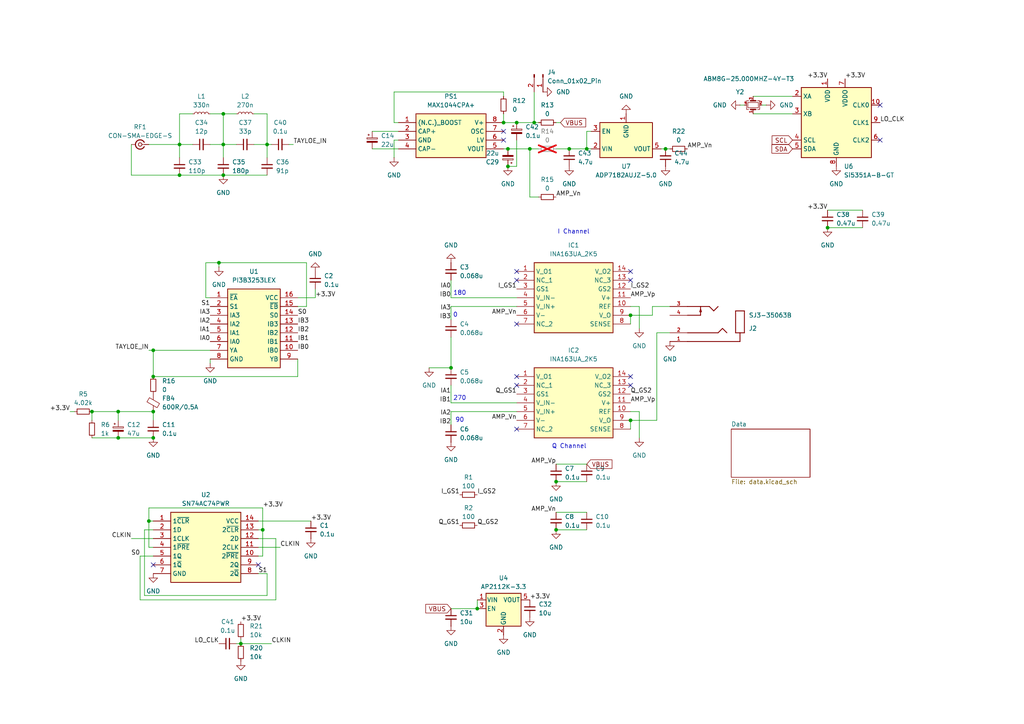
<source format=kicad_sch>
(kicad_sch (version 20231120) (generator "eeschema") (generator_version "8.0")
  (paper "A4")
  (lib_symbols
    (symbol "Connector:Conn_01x02_Pin" (pin_names (offset 1.016) hide)
      (property "Reference" "J" (at 0 2.54 0))
      (property "Value" "Conn_01x02_Pin" (at 0 -5.08 0))
      (symbol "Conn_01x02_Pin_1_1"
        (pin passive line (at 5.08 0 180) (length 3.81) (name "Pin_1") (number "1"))
        (pin passive line (at 5.08 -2.54 180) (length 3.81) (name "Pin_2") (number "2"))
      )
    )
    (symbol "Connector:Conn_Coaxial_Small" (pin_numbers hide) (pin_names (offset 1.016) hide)
      (property "Reference" "J" (at 0.254 3.048 0))
      (property "Value" "Conn_Coaxial_Small" (at 0 -3.81 0))
      (symbol "Conn_Coaxial_Small_1_1"
        (pin passive line (at -2.54 0 0) (length 1.27) (name "In") (number "1"))
        (pin passive line (at 2.54 0 180) (length 1.27) (name "Ext") (number "2"))
      )
    )
    (symbol "Device:C_Polarized_Small" (pin_numbers hide) (pin_names (offset 0.254) hide)
      (property "Reference" "C" (at 0.254 1.778 0))
      (property "Value" "C_Polarized_Small" (at 0.254 -2.032 0))
      (symbol "C_Polarized_Small_1_1"
        (pin passive line (at 0 2.54 270) (length 1.8542) (name "~") (number "1"))
        (pin passive line (at 0 -2.54 90) (length 1.8542) (name "~") (number "2"))
      )
    )
    (symbol "Device:C_Small" (pin_numbers hide) (pin_names (offset 0.254) hide)
      (property "Reference" "C" (at 0.254 1.778 0))
      (property "Value" "C_Small" (at 0.254 -2.032 0))
      (symbol "C_Small_1_1"
        (pin passive line (at 0 2.54 270) (length 2.032) (name "~") (number "1"))
        (pin passive line (at 0 -2.54 90) (length 2.032) (name "~") (number "2"))
      )
    )
    (symbol "Device:Crystal_GND24_Small" (pin_names (offset 1.016) hide)
      (property "Reference" "Y" (at 1.27 4.445 0))
      (property "Value" "Crystal_GND24_Small" (at 1.27 2.54 0))
      (symbol "Crystal_GND24_Small_1_1"
        (pin passive line (at -2.54 0 0) (length 1.27) (name "1") (number "1"))
        (pin passive line (at 0 -2.54 90) (length 0.635) (name "2") (number "2"))
        (pin passive line (at 2.54 0 180) (length 1.27) (name "3") (number "3"))
        (pin passive line (at 0 2.54 270) (length 0.635) (name "4") (number "4"))
      )
    )
    (symbol "Device:FerriteBead_Small" (pin_numbers hide) (pin_names (offset 0))
      (property "Reference" "FB" (at 1.905 1.27 0))
      (property "Value" "FerriteBead_Small" (at 1.905 -1.27 0))
      (symbol "FerriteBead_Small_1_1"
        (pin passive line (at 0 2.54 270) (length 1.27) (name "~") (number "1"))
        (pin passive line (at 0 -2.54 90) (length 1.27) (name "~") (number "2"))
      )
    )
    (symbol "Device:L_Small" (pin_numbers hide) (pin_names (offset 0.254) hide)
      (property "Reference" "L" (at 0.762 1.016 0))
      (property "Value" "L_Small" (at 0.762 -1.016 0))
      (symbol "L_Small_1_1"
        (pin passive line (at 0 2.54 270) (length 0.508) (name "~") (number "1"))
        (pin passive line (at 0 -2.54 90) (length 0.508) (name "~") (number "2"))
      )
    )
    (symbol "Device:R_Small" (pin_numbers hide) (pin_names (offset 0.254) hide)
      (property "Reference" "R" (at 0.762 0.508 0))
      (property "Value" "R_Small" (at 0.762 -1.016 0))
      (symbol "R_Small_1_1"
        (pin passive line (at 0 2.54 270) (length 0.762) (name "~") (number "1"))
        (pin passive line (at 0 -2.54 90) (length 0.762) (name "~") (number "2"))
      )
    )
    (symbol "Oscillator:Si5351A-B-GT"
      (property "Reference" "U" (at -8.89 11.43 0))
      (property "Value" "Si5351A-B-GT" (at -12.7 -12.7 0))
      (symbol "Si5351A-B-GT_1_1"
        (pin power_in line (at -2.54 12.7 270) (length 2.54) (name "VDD") (number "1"))
        (pin output line (at 12.7 5.08 180) (length 2.54) (name "CLK0") (number "10"))
        (pin input line (at -12.7 7.62 0) (length 2.54) (name "XA") (number "2"))
        (pin input line (at -12.7 2.54 0) (length 2.54) (name "XB") (number "3"))
        (pin input line (at -12.7 -5.08 0) (length 2.54) (name "SCL") (number "4"))
        (pin bidirectional line (at -12.7 -7.62 0) (length 2.54) (name "SDA") (number "5"))
        (pin output line (at 12.7 -5.08 180) (length 2.54) (name "CLK2") (number "6"))
        (pin power_in line (at 2.54 12.7 270) (length 2.54) (name "VDDO") (number "7"))
        (pin power_in line (at 0 -12.7 90) (length 2.54) (name "GND") (number "8"))
        (pin output line (at 12.7 0 180) (length 2.54) (name "CLK1") (number "9"))
      )
    )
    (symbol "Regulator_Linear:ADP7182AUJZ-5.0"
      (property "Reference" "U" (at 0 -7.62 0))
      (property "Value" "ADP7182AUJZ-5.0" (at 0 -6.35 0))
      (symbol "ADP7182AUJZ-5.0_1_1"
        (pin power_in line (at 0 7.62 270) (length 2.54) (name "GND") (number "1"))
        (pin power_in line (at -10.16 -2.54 0) (length 2.54) (name "VIN") (number "2"))
        (pin input line (at -10.16 2.54 0) (length 2.54) (name "EN") (number "3"))
        (pin no_connect line (at 7.62 0 180) (length 2.54) hide (name "NC") (number "4"))
        (pin power_out line (at 10.16 -2.54 180) (length 2.54) (name "VOUT") (number "5"))
      )
    )
    (symbol "Regulator_Linear:AP2112K-3.3" (pin_names (offset 0.254))
      (property "Reference" "U" (at -5.08 5.715 0))
      (property "Value" "AP2112K-3.3" (at 0 5.715 0))
      (symbol "AP2112K-3.3_1_1"
        (pin power_in line (at -7.62 2.54 0) (length 2.54) (name "VIN") (number "1"))
        (pin power_in line (at 0 -7.62 90) (length 2.54) (name "GND") (number "2"))
        (pin input line (at -7.62 0 0) (length 2.54) (name "EN") (number "3"))
        (pin no_connect line (at 5.08 0 180) (length 2.54) hide (name "NC") (number "4"))
        (pin power_out line (at 7.62 2.54 180) (length 2.54) (name "VOUT") (number "5"))
      )
    )
    (symbol "power:GND" (power) (pin_numbers hide) (pin_names (offset 0) hide)
      (property "Value" "GND" (at 0 -3.81 0))
      (symbol "GND_1_1"
        (pin power_in line (at 0 0 270) (length 0) (name "~") (number "1"))
      )
    )
    (symbol "tayloe:INA163UA_2K5"
      (property "Reference" "IC" (at 29.21 7.62 0))
      (property "Value" "INA163UA_2K5" (at 29.21 5.08 0))
      (symbol "INA163UA_2K5_1_1"
        (pin passive line (at 0 0 0) (length 5.08) (name "V_O1") (number "1"))
        (pin passive line (at 33.02 -10.16 180) (length 5.08) (name "REF") (number "10"))
        (pin passive line (at 33.02 -7.62 180) (length 5.08) (name "V+") (number "11"))
        (pin passive line (at 33.02 -5.08 180) (length 5.08) (name "GS2") (number "12"))
        (pin passive line (at 33.02 -2.54 180) (length 5.08) (name "NC_3") (number "13"))
        (pin passive line (at 33.02 0 180) (length 5.08) (name "V_O2") (number "14"))
        (pin passive line (at 0 -2.54 0) (length 5.08) (name "NC_1") (number "2"))
        (pin passive line (at 0 -5.08 0) (length 5.08) (name "GS1") (number "3"))
        (pin passive line (at 0 -7.62 0) (length 5.08) (name "V_IN-") (number "4"))
        (pin passive line (at 0 -10.16 0) (length 5.08) (name "V_IN+") (number "5"))
        (pin passive line (at 0 -12.7 0) (length 5.08) (name "V-") (number "6"))
        (pin passive line (at 0 -15.24 0) (length 5.08) (name "NC_2") (number "7"))
        (pin passive line (at 33.02 -15.24 180) (length 5.08) (name "SENSE") (number "8"))
        (pin passive line (at 33.02 -12.7 180) (length 5.08) (name "V_O") (number "9"))
      )
    )
    (symbol "tayloe:MAX1044CPA+"
      (property "Reference" "PS" (at 25.654 7.62 0))
      (property "Value" "MAX1044CPA+" (at 25.654 5.08 0))
      (symbol "MAX1044CPA+_1_1"
        (pin passive line (at 0 0 0) (length 5.08) (name "(N.C.)_BOOST") (number "1"))
        (pin passive line (at 0 -2.54 0) (length 5.08) (name "CAP+") (number "2"))
        (pin passive line (at 0 -5.08 0) (length 5.08) (name "GND") (number "3"))
        (pin passive line (at 0 -7.62 0) (length 5.08) (name "CAP-") (number "4"))
        (pin passive line (at 30.48 -7.62 180) (length 5.08) (name "VOUT") (number "5"))
        (pin passive line (at 30.48 -5.08 180) (length 5.08) (name "LV") (number "6"))
        (pin passive line (at 30.48 -2.54 180) (length 5.08) (name "OSC") (number "7"))
        (pin passive line (at 30.48 0 180) (length 5.08) (name "V+") (number "8"))
      )
    )
    (symbol "tayloe:PI3B3253LEX"
      (property "Reference" "U" (at 21.59 7.62 0))
      (property "Value" "PI3B3253LEX" (at 21.59 5.08 0))
      (symbol "PI3B3253LEX_1_1"
        (pin passive line (at 0 0 0) (length 5.08) (name "~{EA}") (number "1"))
        (pin passive line (at 25.4 -15.24 180) (length 5.08) (name "IB0") (number "10"))
        (pin passive line (at 25.4 -12.7 180) (length 5.08) (name "IB1") (number "11"))
        (pin passive line (at 25.4 -10.16 180) (length 5.08) (name "IB2") (number "12"))
        (pin passive line (at 25.4 -7.62 180) (length 5.08) (name "IB3") (number "13"))
        (pin passive line (at 25.4 -5.08 180) (length 5.08) (name "S0") (number "14"))
        (pin passive line (at 25.4 -2.54 180) (length 5.08) (name "~{EB}") (number "15"))
        (pin passive line (at 25.4 0 180) (length 5.08) (name "VCC") (number "16"))
        (pin passive line (at 0 -2.54 0) (length 5.08) (name "S1") (number "2"))
        (pin passive line (at 0 -5.08 0) (length 5.08) (name "IA3") (number "3"))
        (pin passive line (at 0 -7.62 0) (length 5.08) (name "IA2") (number "4"))
        (pin passive line (at 0 -10.16 0) (length 5.08) (name "IA1") (number "5"))
        (pin passive line (at 0 -12.7 0) (length 5.08) (name "IA0") (number "6"))
        (pin passive line (at 0 -15.24 0) (length 5.08) (name "YA") (number "7"))
        (pin passive line (at 0 -17.78 0) (length 5.08) (name "GND") (number "8"))
        (pin passive line (at 25.4 -17.78 180) (length 5.08) (name "YB") (number "9"))
      )
    )
    (symbol "tayloe:SJ3-35063B" (pin_names (offset 1.016) hide)
      (property "Reference" "J" (at -10.16 7.62 0))
      (property "Value" "SJ3-35063B" (at -10.16 -7.62 0))
      (symbol "SJ3-35063B_0_0"
        (pin passive line (at 12.7 5.08 180) (length 5.08) (name "~") (number "1"))
        (pin passive line (at 12.7 2.54 180) (length 5.08) (name "~") (number "2"))
        (pin passive line (at 12.7 -5.08 180) (length 5.08) (name "~") (number "3"))
        (pin passive line (at 12.7 -2.54 180) (length 5.08) (name "~") (number "4"))
      )
    )
    (symbol "tayloe:SN74AC74PWR"
      (property "Reference" "U" (at 26.67 7.62 0))
      (property "Value" "SN74AC74PWR" (at 26.67 5.08 0))
      (symbol "SN74AC74PWR_1_1"
        (pin passive line (at 0 0 0) (length 5.08) (name "1~{CLR}") (number "1"))
        (pin passive line (at 30.48 -10.16 180) (length 5.08) (name "2~{PRE}") (number "10"))
        (pin passive line (at 30.48 -7.62 180) (length 5.08) (name "2CLK") (number "11"))
        (pin passive line (at 30.48 -5.08 180) (length 5.08) (name "2D") (number "12"))
        (pin passive line (at 30.48 -2.54 180) (length 5.08) (name "2~{CLR}") (number "13"))
        (pin passive line (at 30.48 0 180) (length 5.08) (name "VCC") (number "14"))
        (pin passive line (at 0 -2.54 0) (length 5.08) (name "1D") (number "2"))
        (pin passive line (at 0 -5.08 0) (length 5.08) (name "1CLK") (number "3"))
        (pin passive line (at 0 -7.62 0) (length 5.08) (name "1~{PRE}") (number "4"))
        (pin passive line (at 0 -10.16 0) (length 5.08) (name "1Q") (number "5"))
        (pin passive line (at 0 -12.7 0) (length 5.08) (name "1~{Q}") (number "6"))
        (pin passive line (at 0 -15.24 0) (length 5.08) (name "GND") (number "7"))
        (pin passive line (at 30.48 -15.24 180) (length 5.08) (name "2~{Q}") (number "8"))
        (pin passive line (at 30.48 -12.7 180) (length 5.08) (name "2Q") (number "9"))
      )
    )
  )
  (junction (at 130.81 106.68))
  (junction (at 44.45 119.38))
  (junction (at 147.32 43.18))
  (junction (at 153.67 43.18))
  (junction (at 64.77 50.8))
  (junction (at 138.43 176.53))
  (junction (at 161.29 139.7))
  (junction (at 182.88 121.92))
  (junction (at 44.45 127))
  (junction (at 43.18 151.13))
  (junction (at 77.47 41.91))
  (junction (at 69.85 186.69))
  (junction (at 64.77 41.91))
  (junction (at 193.04 43.18))
  (junction (at 34.29 119.38))
  (junction (at 146.05 35.56))
  (junction (at 147.32 48.26))
  (junction (at 182.88 91.44))
  (junction (at 52.07 50.8))
  (junction (at 170.18 43.18))
  (junction (at 149.86 35.56))
  (junction (at 26.67 119.38))
  (junction (at 44.45 101.6))
  (junction (at 52.07 41.91))
  (junction (at 64.77 33.02))
  (junction (at 76.2 153.67))
  (junction (at 240.03 66.04))
  (junction (at 161.29 153.67))
  (junction (at 44.45 109.22))
  (junction (at 34.29 127))
  (junction (at 63.5 76.2))
  (junction (at 154.94 35.56))
  (junction (at 165.1 43.18))
  (no_connect (at 74.93 163.83))
  (no_connect (at 182.88 109.22))
  (no_connect (at 255.27 40.64))
  (no_connect (at 146.05 38.1))
  (no_connect (at 149.86 93.98))
  (no_connect (at 146.05 40.64))
  (no_connect (at 182.88 111.76))
  (no_connect (at 182.88 78.74))
  (no_connect (at 255.27 30.48))
  (no_connect (at 182.88 81.28))
  (no_connect (at 149.86 81.28))
  (no_connect (at 149.86 78.74))
  (no_connect (at 44.45 163.83))
  (no_connect (at 149.86 124.46))
  (no_connect (at 149.86 109.22))
  (no_connect (at 149.86 111.76))
  (wire (pts (xy 43.18 41.91) (xy 52.07 41.91)))
  (wire (pts (xy 73.66 41.91) (xy 77.47 41.91)))
  (wire (pts (xy 40.64 161.29) (xy 44.45 161.29)))
  (wire (pts (xy 44.45 101.6) (xy 60.96 101.6)))
  (wire (pts (xy 149.86 35.56) (xy 154.94 35.56)))
  (wire (pts (xy 26.67 119.38) (xy 34.29 119.38)))
  (wire (pts (xy 182.88 88.9) (xy 185.42 88.9)))
  (wire (pts (xy 189.23 88.9) (xy 194.31 88.9)))
  (wire (pts (xy 44.45 101.6) (xy 44.45 109.22)))
  (wire (pts (xy 74.93 153.67) (xy 76.2 153.67)))
  (wire (pts (xy 161.29 148.59) (xy 170.18 148.59)))
  (wire (pts (xy 149.86 40.64) (xy 149.86 48.26)))
  (wire (pts (xy 41.91 153.67) (xy 41.91 172.72)))
  (wire (pts (xy 149.86 119.38) (xy 130.81 119.38)))
  (wire (pts (xy 78.74 41.91) (xy 77.47 41.91)))
  (wire (pts (xy 52.07 41.91) (xy 52.07 33.02)))
  (wire (pts (xy 115.57 35.56) (xy 114.3 35.56)))
  (wire (pts (xy 60.96 41.91) (xy 64.77 41.91)))
  (wire (pts (xy 161.29 134.62) (xy 170.18 134.62)))
  (wire (pts (xy 115.57 40.64) (xy 114.3 40.64)))
  (wire (pts (xy 130.81 176.53) (xy 138.43 176.53)))
  (wire (pts (xy 80.01 156.21) (xy 80.01 173.99)))
  (wire (pts (xy 34.29 119.38) (xy 44.45 119.38)))
  (wire (pts (xy 91.44 83.82) (xy 91.44 86.36)))
  (wire (pts (xy 69.85 186.69) (xy 68.58 186.69)))
  (wire (pts (xy 43.18 151.13) (xy 43.18 158.75)))
  (wire (pts (xy 130.81 116.84) (xy 149.86 116.84)))
  (wire (pts (xy 161.29 43.18) (xy 165.1 43.18)))
  (wire (pts (xy 38.1 41.91) (xy 38.1 50.8)))
  (wire (pts (xy 52.07 41.91) (xy 55.88 41.91)))
  (wire (pts (xy 26.67 127) (xy 34.29 127)))
  (wire (pts (xy 193.04 43.18) (xy 194.31 43.18)))
  (wire (pts (xy 76.2 161.29) (xy 74.93 161.29)))
  (wire (pts (xy 190.5 96.52) (xy 190.5 121.92)))
  (wire (pts (xy 114.3 35.56) (xy 114.3 26.67)))
  (wire (pts (xy 64.77 41.91) (xy 64.77 45.72)))
  (wire (pts (xy 130.81 106.68) (xy 130.81 97.79)))
  (wire (pts (xy 38.1 156.21) (xy 44.45 156.21)))
  (wire (pts (xy 182.88 91.44) (xy 182.88 93.98)))
  (wire (pts (xy 74.93 151.13) (xy 90.17 151.13)))
  (wire (pts (xy 138.43 173.99) (xy 138.43 176.53)))
  (wire (pts (xy 88.9 76.2) (xy 88.9 88.9)))
  (wire (pts (xy 86.36 86.36) (xy 91.44 86.36)))
  (wire (pts (xy 38.1 50.8) (xy 52.07 50.8)))
  (wire (pts (xy 182.88 91.44) (xy 189.23 91.44)))
  (wire (pts (xy 69.85 186.69) (xy 78.74 186.69)))
  (wire (pts (xy 146.05 26.67) (xy 146.05 27.94)))
  (wire (pts (xy 185.42 88.9) (xy 185.42 95.25)))
  (wire (pts (xy 107.95 38.1) (xy 115.57 38.1)))
  (wire (pts (xy 156.21 57.15) (xy 153.67 57.15)))
  (wire (pts (xy 130.81 88.9) (xy 130.81 92.71)))
  (wire (pts (xy 60.96 86.36) (xy 59.69 86.36)))
  (wire (pts (xy 124.46 106.68) (xy 130.81 106.68)))
  (wire (pts (xy 86.36 104.14) (xy 86.36 109.22)))
  (wire (pts (xy 189.23 91.44) (xy 189.23 88.9)))
  (wire (pts (xy 130.81 111.76) (xy 130.81 116.84)))
  (wire (pts (xy 44.45 109.22) (xy 86.36 109.22)))
  (wire (pts (xy 43.18 101.6) (xy 44.45 101.6)))
  (wire (pts (xy 194.31 96.52) (xy 190.5 96.52)))
  (wire (pts (xy 182.88 121.92) (xy 190.5 121.92)))
  (wire (pts (xy 64.77 33.02) (xy 68.58 33.02)))
  (wire (pts (xy 52.07 45.72) (xy 52.07 41.91)))
  (wire (pts (xy 147.32 43.18) (xy 153.67 43.18)))
  (wire (pts (xy 130.81 86.36) (xy 149.86 86.36)))
  (wire (pts (xy 43.18 147.32) (xy 76.2 147.32)))
  (wire (pts (xy 60.96 33.02) (xy 64.77 33.02)))
  (wire (pts (xy 64.77 50.8) (xy 77.47 50.8)))
  (wire (pts (xy 74.93 156.21) (xy 80.01 156.21)))
  (wire (pts (xy 240.03 60.96) (xy 250.19 60.96)))
  (wire (pts (xy 77.47 166.37) (xy 74.93 166.37)))
  (wire (pts (xy 161.29 35.56) (xy 162.56 35.56)))
  (wire (pts (xy 240.03 66.04) (xy 250.19 66.04)))
  (wire (pts (xy 146.05 35.56) (xy 149.86 35.56)))
  (wire (pts (xy 114.3 26.67) (xy 146.05 26.67)))
  (wire (pts (xy 147.32 43.18) (xy 146.05 43.18)))
  (wire (pts (xy 52.07 33.02) (xy 55.88 33.02)))
  (wire (pts (xy 85.09 41.91) (xy 83.82 41.91)))
  (wire (pts (xy 40.64 173.99) (xy 40.64 161.29)))
  (wire (pts (xy 60.96 105.41) (xy 60.96 104.14)))
  (wire (pts (xy 34.29 127) (xy 44.45 127)))
  (wire (pts (xy 149.86 48.26) (xy 147.32 48.26)))
  (wire (pts (xy 130.81 119.38) (xy 130.81 123.19)))
  (wire (pts (xy 214.63 30.48) (xy 215.9 30.48)))
  (wire (pts (xy 44.45 151.13) (xy 43.18 151.13)))
  (wire (pts (xy 161.29 139.7) (xy 170.18 139.7)))
  (wire (pts (xy 146.05 33.02) (xy 146.05 35.56)))
  (wire (pts (xy 44.45 119.38) (xy 44.45 121.92)))
  (wire (pts (xy 52.07 50.8) (xy 64.77 50.8)))
  (wire (pts (xy 21.59 119.38) (xy 20.32 119.38)))
  (wire (pts (xy 40.64 173.99) (xy 80.01 173.99)))
  (wire (pts (xy 185.42 119.38) (xy 185.42 127)))
  (wire (pts (xy 64.77 33.02) (xy 64.77 41.91)))
  (wire (pts (xy 153.67 43.18) (xy 156.21 43.18)))
  (wire (pts (xy 171.45 43.18) (xy 170.18 43.18)))
  (wire (pts (xy 43.18 158.75) (xy 44.45 158.75)))
  (wire (pts (xy 64.77 41.91) (xy 68.58 41.91)))
  (wire (pts (xy 41.91 172.72) (xy 77.47 172.72)))
  (wire (pts (xy 161.29 153.67) (xy 170.18 153.67)))
  (wire (pts (xy 59.69 76.2) (xy 63.5 76.2)))
  (wire (pts (xy 77.47 33.02) (xy 77.47 41.91)))
  (wire (pts (xy 191.77 43.18) (xy 193.04 43.18)))
  (wire (pts (xy 69.85 185.42) (xy 69.85 186.69)))
  (wire (pts (xy 165.1 43.18) (xy 170.18 43.18)))
  (wire (pts (xy 59.69 86.36) (xy 59.69 76.2)))
  (wire (pts (xy 107.95 43.18) (xy 115.57 43.18)))
  (wire (pts (xy 43.18 151.13) (xy 43.18 147.32)))
  (wire (pts (xy 88.9 88.9) (xy 86.36 88.9)))
  (wire (pts (xy 114.3 40.64) (xy 114.3 45.72)))
  (wire (pts (xy 149.86 88.9) (xy 130.81 88.9)))
  (wire (pts (xy 76.2 153.67) (xy 76.2 161.29)))
  (wire (pts (xy 222.25 30.48) (xy 220.98 30.48)))
  (wire (pts (xy 154.94 26.67) (xy 154.94 35.56)))
  (wire (pts (xy 76.2 147.32) (xy 76.2 153.67)))
  (wire (pts (xy 170.18 38.1) (xy 171.45 38.1)))
  (wire (pts (xy 153.67 57.15) (xy 153.67 43.18)))
  (wire (pts (xy 182.88 121.92) (xy 182.88 124.46)))
  (wire (pts (xy 77.47 41.91) (xy 77.47 45.72)))
  (wire (pts (xy 73.66 33.02) (xy 77.47 33.02)))
  (wire (pts (xy 130.81 81.28) (xy 130.81 86.36)))
  (wire (pts (xy 34.29 121.92) (xy 34.29 119.38)))
  (wire (pts (xy 74.93 158.75) (xy 81.28 158.75)))
  (wire (pts (xy 154.94 35.56) (xy 156.21 35.56)))
  (wire (pts (xy 218.44 33.02) (xy 229.87 33.02)))
  (wire (pts (xy 44.45 153.67) (xy 41.91 153.67)))
  (wire (pts (xy 182.88 119.38) (xy 185.42 119.38)))
  (wire (pts (xy 26.67 119.38) (xy 26.67 121.92)))
  (wire (pts (xy 63.5 76.2) (xy 88.9 76.2)))
  (wire (pts (xy 170.18 43.18) (xy 170.18 38.1)))
  (wire (pts (xy 63.5 77.47) (xy 63.5 76.2)))
  (wire (pts (xy 77.47 172.72) (xy 77.47 166.37)))
  (wire (pts (xy 218.44 27.94) (xy 229.87 27.94)))
  (text "I Channel" (at 166.37 67.31 0) (effects (font (size 1.27 1.27))))
  (text "270" (at 133.35 115.57 0) (effects (font (size 1.27 1.27))))
  (text "Q Channel" (at 165.1 129.54 0) (effects (font (size 1.27 1.27))))
  (text "180" (at 133.35 85.09 0) (effects (font (size 1.27 1.27))))
  (text "90" (at 133.35 121.92 0) (effects (font (size 1.27 1.27))))
  (text "0" (at 132.08 91.44 0) (effects (font (size 1.27 1.27))))
  (label "IB2" (at 130.81 123.19 180))
  (label "IA3" (at 60.96 91.44 180))
  (label "+3.3V" (at 69.85 180.34 0))
  (label "CLKIN" (at 78.74 186.69 0))
  (label "LO_CLK" (at 63.5 186.69 180))
  (label "I_GS2" (at 138.43 143.51 0))
  (label "IA1" (at 130.81 114.3 180))
  (label "IB1" (at 130.81 116.84 180))
  (label "IB3" (at 130.81 92.71 180))
  (label "IA3" (at 130.81 90.17 180))
  (label "Q_GS1" (at 149.86 114.3 180))
  (label "I_GS1" (at 149.86 83.82 180))
  (label "AMP_Vn" (at 161.29 148.59 180))
  (label "+3.3V" (at 153.67 173.99 0))
  (label "AMP_Vn" (at 161.29 57.15 0))
  (label "+3.3V" (at 91.44 86.36 0))
  (label "S0" (at 86.36 91.44 0))
  (label "LO_CLK" (at 255.27 35.56 0))
  (label "+3.3V" (at 76.2 147.32 0))
  (label "IA2" (at 130.81 120.65 180))
  (label "IB0" (at 130.81 86.36 180))
  (label "+3.3V" (at 240.03 60.96 180))
  (label "CLKIN" (at 38.1 156.21 180))
  (label "S0" (at 40.64 161.29 180))
  (label "AMP_Vp" (at 182.88 116.84 0))
  (label "IB3" (at 86.36 93.98 0))
  (label "AMP_Vn" (at 199.39 43.18 0))
  (label "AMP_Vn" (at 149.86 91.44 180))
  (label "+3.3V" (at 245.11 22.86 0))
  (label "IB0" (at 86.36 101.6 0))
  (label "I_GS1" (at 133.35 143.51 180))
  (label "IA2" (at 60.96 93.98 180))
  (label "+3.3V" (at 240.03 22.86 180))
  (label "IA0" (at 130.81 83.82 180))
  (label "+3.3V" (at 20.32 119.38 180))
  (label "Q_GS2" (at 138.43 152.4 0))
  (label "+3.3V" (at 90.17 151.13 0))
  (label "IA1" (at 60.96 96.52 180))
  (label "I_GS2" (at 182.88 83.82 0))
  (label "Q_GS1" (at 133.35 152.4 180))
  (label "S1" (at 60.96 88.9 180))
  (label "AMP_Vp" (at 182.88 86.36 0))
  (label "IB2" (at 86.36 96.52 0))
  (label "AMP_Vp" (at 161.29 134.62 180))
  (label "S1" (at 74.93 166.37 0))
  (label "IA0" (at 60.96 99.06 180))
  (label "Q_GS2" (at 182.88 114.3 0))
  (label "TAYLOE_IN" (at 85.09 41.91 0))
  (label "TAYLOE_IN" (at 43.18 101.6 180))
  (label "AMP_Vn" (at 149.86 121.92 180))
  (label "CLKIN" (at 81.28 158.75 0))
  (label "IB1" (at 86.36 99.06 0))
  (global_label "SDA" (shape input) (at 229.87 43.18 180) (property "Intersheetrefs" "${INTERSHEET_REFS}" (effects (hide yes))))
  (global_label "SCL" (shape input) (at 229.87 40.64 180) (property "Intersheetrefs" "${INTERSHEET_REFS}" (effects (hide yes))))
  (global_label "VBUS" (shape input) (at 170.18 134.62 0) (property "Intersheetrefs" "${INTERSHEET_REFS}" (effects (hide yes))))
  (global_label "VBUS" (shape input) (at 162.56 35.56 0) (property "Intersheetrefs" "${INTERSHEET_REFS}" (effects (hide yes))))
  (global_label "VBUS" (shape input) (at 130.81 176.53 180) (property "Intersheetrefs" "${INTERSHEET_REFS}" (effects (hide yes))))
  (symbol (lib_id "Device:C_Polarized_Small") (at 147.32 45.72 180) (unit 1)
    (property "Reference" "C29" (at 144.78 46.99 0) (effects (justify left)))
    (property "Value" "22u" (at 144.78 44.45 0) (effects (justify left)))
    (property "Footprint" "Capacitor_SMD:CP_Elec_5x5.3" (effects (hide yes)))
    (property "Description" "Polarized capacitor, small symbol" (effects (hide yes)))
  )
  (symbol (lib_id "power:GND") (at 114.3 45.72 0) (unit 1)
    (property "Reference" "#PWR035" (effects (hide yes)))
    (property "Value" "GND" (at 114.3 50.8 0))
    (property "Description" "Power symbol creates a global label with name \"GND\" , ground" (effects (hide yes)))
  )
  (symbol (lib_id "power:GND") (at 90.17 156.21 0) (unit 1)
    (property "Reference" "#PWR01" (effects (hide yes)))
    (property "Value" "GND" (at 90.17 161.29 0))
    (property "Description" "Power symbol creates a global label with name \"GND\" , ground" (effects (hide yes)))
  )
  (symbol (lib_id "power:GND") (at 44.45 166.37 0) (unit 1)
    (property "Reference" "#PWR02" (effects (hide yes)))
    (property "Value" "GND" (at 44.45 171.45 0))
    (property "Description" "Power symbol creates a global label with name \"GND\" , ground" (effects (hide yes)))
  )
  (symbol (lib_id "Device:R_Small") (at 69.85 182.88 0) (unit 1)
    (property "Reference" "R21" (at 72.39 181.6099 0) (effects (justify left)))
    (property "Value" "10k" (at 72.39 184.1499 0) (effects (justify left)))
    (property "Footprint" "Resistor_SMD:R_1206_3216Metric_Pad1.30x1.75mm_HandSolder" (effects (hide yes)))
    (property "Description" "Resistor, small symbol" (effects (hide yes)))
  )
  (symbol (lib_id "power:GND") (at 222.25 30.48 90) (unit 1)
    (property "Reference" "#PWR042" (effects (hide yes)))
    (property "Value" "GND" (at 226.06 30.4799 90) (effects (justify right)))
    (property "Description" "Power symbol creates a global label with name \"GND\" , ground" (effects (hide yes)))
  )
  (symbol (lib_id "power:GND") (at 69.85 191.77 0) (unit 1)
    (property "Reference" "#PWR048" (effects (hide yes)))
    (property "Value" "GND" (at 69.85 196.85 0))
    (property "Description" "Power symbol creates a global label with name \"GND\" , ground" (effects (hide yes)))
  )
  (symbol (lib_id "power:GND") (at 193.04 48.26 0) (unit 1)
    (property "Reference" "#PWR054" (effects (hide yes)))
    (property "Value" "GND" (at 193.04 53.34 0))
    (property "Description" "Power symbol creates a global label with name \"GND\" , ground" (effects (hide yes)))
  )
  (symbol (lib_id "power:GND") (at 157.48 26.67 90) (unit 1)
    (property "Reference" "#PWR052" (effects (hide yes)))
    (property "Value" "GND" (at 161.29 26.6699 90) (effects (justify right)))
    (property "Description" "Power symbol creates a global label with name \"GND\" , ground" (effects (hide yes)))
  )
  (symbol (lib_id "power:GND") (at 161.29 153.67 0) (unit 1)
    (property "Reference" "#PWR012" (effects (hide yes)))
    (property "Value" "GND" (at 161.29 158.75 0))
    (property "Description" "Power symbol creates a global label with name \"GND\" , ground" (effects (hide yes)))
  )
  (symbol (lib_id "tayloe:MAX1044CPA+") (at 115.57 35.56 0) (unit 1)
    (property "Reference" "PS1" (at 130.81 27.94 0))
    (property "Value" "MAX1044CPA+" (at 130.81 30.48 0))
    (property "Footprint" "tayloe:DIP794W56P254L938H457Q8N" (effects (hide yes)))
    (property "Datasheet" "https://datasheets.maximintegrated.com/en/ds/ICL7660-MAX1044.pdf" (effects (hide yes)))
    (property "Description" "Maxim MAX1044CPA+, Voltage Converter Inverting 200uA 5 kHz, 1.5  10 V 8-Pin, PDIP" (effects (hide yes)))
    (property "Height" "4.572" (effects (hide yes)))
    (property "Mouser Part Number" "700-MAX1044CPA" (effects (hide yes)))
    (property "Mouser Price/Stock" "https://www.mouser.co.uk/ProductDetail/Analog-Devices-Maxim-Integrated/MAX1044CPA%2b?qs=0Y9aZN%252BMVCXfHpZN39Twfg%3D%3D" (effects (hide yes)))
    (property "Manufacturer_Name" "Analog Devices" (effects (hide yes)))
    (property "Manufacturer_Part_Number" "MAX1044CPA+" (effects (hide yes)))
  )
  (symbol (lib_id "Device:R_Small") (at 24.13 119.38 90) (unit 1)
    (property "Reference" "R5" (at 24.13 114.3 90))
    (property "Value" "4.02k" (at 24.13 116.84 90))
    (property "Footprint" "Resistor_SMD:R_1206_3216Metric_Pad1.30x1.75mm_HandSolder" (effects (hide yes)))
    (property "Description" "Resistor, small symbol" (effects (hide yes)))
  )
  (symbol (lib_id "power:GND") (at 146.05 184.15 0) (unit 1)
    (property "Reference" "#PWR038" (effects (hide yes)))
    (property "Value" "GND" (at 146.05 189.23 0))
    (property "Description" "Power symbol creates a global label with name \"GND\" , ground" (effects (hide yes)))
  )
  (symbol (lib_id "Device:C_Small") (at 250.19 63.5 0) (unit 1)
    (property "Reference" "C39" (at 252.73 62.2362 0) (effects (justify left)))
    (property "Value" "0.47u" (at 252.73 64.7762 0) (effects (justify left)))
    (property "Footprint" "Capacitor_SMD:C_1206_3216Metric_Pad1.33x1.80mm_HandSolder" (effects (hide yes)))
    (property "Description" "Unpolarized capacitor, small symbol" (effects (hide yes)))
  )
  (symbol (lib_id "Device:C_Small") (at 170.18 151.13 0) (unit 1)
    (property "Reference" "C10" (at 172.72 149.8662 0) (effects (justify left)))
    (property "Value" "0.1u" (at 172.72 152.4062 0) (effects (justify left)))
    (property "Footprint" "Capacitor_SMD:C_1206_3216Metric_Pad1.33x1.80mm_HandSolder" (effects (hide yes)))
    (property "Description" "Unpolarized capacitor, small symbol" (effects (hide yes)))
  )
  (symbol (lib_id "Device:C_Small") (at 52.07 48.26 0) (unit 1)
    (property "Reference" "C33" (at 54.61 46.9962 0) (effects (justify left)))
    (property "Value" "110p" (at 54.61 49.5362 0) (effects (justify left)))
    (property "Footprint" "Capacitor_SMD:C_1206_3216Metric_Pad1.33x1.80mm_HandSolder" (effects (hide yes)))
    (property "Description" "Unpolarized capacitor, small symbol" (effects (hide yes)))
  )
  (symbol (lib_id "Device:C_Small") (at 161.29 151.13 0) (unit 1)
    (property "Reference" "C8" (at 163.83 149.8662 0) (effects (justify left)))
    (property "Value" "0.1u" (at 163.83 152.4062 0) (effects (justify left)))
    (property "Footprint" "Capacitor_SMD:C_1206_3216Metric_Pad1.33x1.80mm_HandSolder" (effects (hide yes)))
    (property "Description" "Unpolarized capacitor, small symbol" (effects (hide yes)))
  )
  (symbol (lib_id "Device:R_Small") (at 146.05 30.48 0) (unit 1)
    (property "Reference" "R12" (at 148.59 29.2099 0) (effects (justify left)))
    (property "Value" "0" (at 148.59 31.7499 0) (effects (justify left)))
    (property "Footprint" "Resistor_SMD:R_1206_3216Metric_Pad1.30x1.75mm_HandSolder" (effects (hide yes)))
    (property "Description" "Resistor, small symbol" (effects (hide yes)))
  )
  (symbol (lib_id "power:GND") (at 130.81 76.2 180) (unit 1)
    (property "Reference" "#PWR07" (effects (hide yes)))
    (property "Value" "GND" (at 130.81 71.12 0))
    (property "Description" "Power symbol creates a global label with name \"GND\" , ground" (effects (hide yes)))
  )
  (symbol (lib_id "Device:C_Polarized_Small") (at 149.86 38.1 0) (unit 1)
    (property "Reference" "C42" (at 152.4 36.83 0) (effects (justify left)))
    (property "Value" "0.1u" (at 152.4 39.37 0) (effects (justify left)))
    (property "Footprint" "Capacitor_SMD:CP_Elec_5x5.3" (effects (hide yes)))
    (property "Description" "Polarized capacitor, small symbol" (effects (hide yes)))
  )
  (symbol (lib_id "power:GND") (at 161.29 139.7 0) (unit 1)
    (property "Reference" "#PWR011" (effects (hide yes)))
    (property "Value" "GND" (at 161.29 144.78 0))
    (property "Description" "Power symbol creates a global label with name \"GND\" , ground" (effects (hide yes)))
  )
  (symbol (lib_id "Device:C_Small") (at 130.81 95.25 0) (unit 1)
    (property "Reference" "C4" (at 133.35 93.9862 0) (effects (justify left)))
    (property "Value" "0.068u" (at 133.35 96.5262 0) (effects (justify left)))
    (property "Footprint" "Capacitor_SMD:C_1206_3216Metric_Pad1.33x1.80mm_HandSolder" (effects (hide yes)))
    (property "Description" "Unpolarized capacitor, small symbol" (effects (hide yes)))
  )
  (symbol (lib_id "Device:C_Small") (at 44.45 124.46 0) (unit 1)
    (property "Reference" "C11" (at 46.99 123.1962 0) (effects (justify left)))
    (property "Value" "0.1u" (at 46.99 125.7362 0) (effects (justify left)))
    (property "Footprint" "Capacitor_SMD:C_1206_3216Metric_Pad1.33x1.80mm_HandSolder" (effects (hide yes)))
    (property "Description" "Unpolarized capacitor, small symbol" (effects (hide yes)))
  )
  (symbol (lib_id "power:GND") (at 60.96 105.41 0) (unit 1)
    (property "Reference" "#PWR03" (effects (hide yes)))
    (property "Value" "GND" (at 60.96 110.49 0))
    (property "Description" "Power symbol creates a global label with name \"GND\" , ground" (effects (hide yes)))
  )
  (symbol (lib_id "Device:C_Small") (at 71.12 41.91 90) (unit 1)
    (property "Reference" "C37" (at 71.1263 35.56 90))
    (property "Value" "33p" (at 71.1263 38.1 90))
    (property "Footprint" "Capacitor_SMD:C_1206_3216Metric_Pad1.33x1.80mm_HandSolder" (effects (hide yes)))
    (property "Description" "Unpolarized capacitor, small symbol" (effects (hide yes)))
  )
  (symbol (lib_id "Device:C_Small") (at 64.77 48.26 0) (unit 1)
    (property "Reference" "C35" (at 67.31 46.9962 0) (effects (justify left)))
    (property "Value" "180p" (at 67.31 49.5362 0) (effects (justify left)))
    (property "Footprint" "Capacitor_SMD:C_1206_3216Metric_Pad1.33x1.80mm_HandSolder" (effects (hide yes)))
    (property "Description" "Unpolarized capacitor, small symbol" (effects (hide yes)))
  )
  (symbol (lib_id "power:GND") (at 165.1 48.26 0) (unit 1)
    (property "Reference" "#PWR053" (effects (hide yes)))
    (property "Value" "GND" (at 165.1 53.34 0))
    (property "Description" "Power symbol creates a global label with name \"GND\" , ground" (effects (hide yes)))
  )
  (symbol (lib_id "Device:C_Small") (at 66.04 186.69 90) (unit 1)
    (property "Reference" "C41" (at 66.0463 180.34 90))
    (property "Value" "0.1u" (at 66.0463 182.88 90))
    (property "Footprint" "Capacitor_SMD:C_1206_3216Metric_Pad1.33x1.80mm_HandSolder" (effects (hide yes)))
    (property "Description" "Unpolarized capacitor, small symbol" (effects (hide yes)))
  )
  (symbol (lib_id "Device:R_Small") (at 158.75 57.15 90) (unit 1)
    (property "Reference" "R15" (at 158.75 52.07 90))
    (property "Value" "0" (at 158.75 54.61 90))
    (property "Footprint" "Resistor_SMD:R_1206_3216Metric_Pad1.30x1.75mm_HandSolder" (effects (hide yes)))
    (property "Description" "Resistor, small symbol" (effects (hide yes)))
  )
  (symbol (lib_id "power:GND") (at 130.81 181.61 0) (unit 1)
    (property "Reference" "#PWR037" (effects (hide yes)))
    (property "Value" "GND" (at 130.81 186.69 0))
    (property "Description" "Power symbol creates a global label with name \"GND\" , ground" (effects (hide yes)))
  )
  (symbol (lib_id "Device:C_Small") (at 170.18 137.16 0) (unit 1)
    (property "Reference" "C9" (at 172.72 135.8962 0) (effects (justify left)))
    (property "Value" "0.1u" (at 172.72 138.4362 0) (effects (justify left)))
    (property "Footprint" "Capacitor_SMD:C_1206_3216Metric_Pad1.33x1.80mm_HandSolder" (effects (hide yes)))
    (property "Description" "Unpolarized capacitor, small symbol" (effects (hide yes)))
  )
  (symbol (lib_id "Device:R_Small") (at 158.75 43.18 90) (unit 1) (dnp yes)
    (property "Reference" "R14" (at 158.75 38.1 90))
    (property "Value" "0" (at 158.75 40.64 90))
    (property "Footprint" "Resistor_SMD:R_1206_3216Metric_Pad1.30x1.75mm_HandSolder" (effects (hide yes)))
    (property "Description" "Resistor, small symbol" (effects (hide yes)))
  )
  (symbol (lib_id "power:GND") (at 153.67 179.07 0) (unit 1)
    (property "Reference" "#PWR039" (effects (hide yes)))
    (property "Value" "GND" (at 153.67 184.15 0))
    (property "Description" "Power symbol creates a global label with name \"GND\" , ground" (effects (hide yes)))
  )
  (symbol (lib_id "power:GND") (at 91.44 78.74 180) (unit 1)
    (property "Reference" "#PWR05" (effects (hide yes)))
    (property "Value" "GND" (at 91.44 73.66 0))
    (property "Description" "Power symbol creates a global label with name \"GND\" , ground" (effects (hide yes)))
  )
  (symbol (lib_id "Device:R_Small") (at 26.67 124.46 180) (unit 1)
    (property "Reference" "R6" (at 29.21 123.1899 0) (effects (justify right)))
    (property "Value" "1k" (at 29.21 125.7299 0) (effects (justify right)))
    (property "Footprint" "Resistor_SMD:R_1206_3216Metric_Pad1.30x1.75mm_HandSolder" (effects (hide yes)))
    (property "Description" "Resistor, small symbol" (effects (hide yes)))
  )
  (symbol (lib_id "Device:C_Small") (at 240.03 63.5 0) (unit 1)
    (property "Reference" "C38" (at 242.57 62.2362 0) (effects (justify left)))
    (property "Value" "0.47u" (at 242.57 64.7762 0) (effects (justify left)))
    (property "Footprint" "Capacitor_SMD:C_1206_3216Metric_Pad1.33x1.80mm_HandSolder" (effects (hide yes)))
    (property "Description" "Unpolarized capacitor, small symbol" (effects (hide yes)))
  )
  (symbol (lib_id "power:GND") (at 64.77 50.8 0) (unit 1)
    (property "Reference" "#PWR041" (effects (hide yes)))
    (property "Value" "GND" (at 64.77 55.88 0))
    (property "Description" "Power symbol creates a global label with name \"GND\" , ground" (effects (hide yes)))
  )
  (symbol (lib_id "Device:C_Polarized_Small") (at 34.29 124.46 0) (unit 1)
    (property "Reference" "C12" (at 36.83 123.19 0) (effects (justify left)))
    (property "Value" "47u" (at 36.83 125.73 0) (effects (justify left)))
    (property "Footprint" "Capacitor_SMD:CP_Elec_5x5.3" (effects (hide yes)))
    (property "Description" "Polarized capacitor, small symbol" (effects (hide yes)))
  )
  (symbol (lib_id "Device:C_Small") (at 193.04 45.72 180) (unit 1)
    (property "Reference" "C44" (at 195.58 44.4435 0) (effects (justify right)))
    (property "Value" "4.7u" (at 195.58 46.9835 0) (effects (justify right)))
    (property "Footprint" "Capacitor_SMD:C_1206_3216Metric_Pad1.33x1.80mm_HandSolder" (effects (hide yes)))
    (property "Description" "Unpolarized capacitor, small symbol" (effects (hide yes)))
  )
  (symbol (lib_id "Device:C_Small") (at 130.81 125.73 0) (unit 1)
    (property "Reference" "C6" (at 133.35 124.4662 0) (effects (justify left)))
    (property "Value" "0.068u" (at 133.35 127.0062 0) (effects (justify left)))
    (property "Footprint" "Capacitor_SMD:C_1206_3216Metric_Pad1.33x1.80mm_HandSolder" (effects (hide yes)))
    (property "Description" "Unpolarized capacitor, small symbol" (effects (hide yes)))
  )
  (symbol (lib_id "Device:C_Small") (at 77.47 48.26 0) (unit 1)
    (property "Reference" "C36" (at 80.01 46.9962 0) (effects (justify left)))
    (property "Value" "91p" (at 80.01 49.5362 0) (effects (justify left)))
    (property "Footprint" "Capacitor_SMD:C_1206_3216Metric_Pad1.33x1.80mm_HandSolder" (effects (hide yes)))
    (property "Description" "Unpolarized capacitor, small symbol" (effects (hide yes)))
  )
  (symbol (lib_id "Connector:Conn_01x02_Pin") (at 157.48 21.59 270) (unit 1)
    (property "Reference" "J4" (at 158.75 20.9549 90) (effects (justify left)))
    (property "Value" "Conn_01x02_Pin" (at 158.75 23.4949 90) (effects (justify left)))
    (property "Footprint" "Connector_PinHeader_2.54mm:PinHeader_1x02_P2.54mm_Vertical" (effects (hide yes)))
    (property "Description" "Generic connector, single row, 01x02, script generated" (effects (hide yes)))
  )
  (symbol (lib_id "Device:Crystal_GND24_Small") (at 218.44 30.48 90) (unit 1)
    (property "Reference" "Y2" (at 214.63 26.67 90))
    (property "Value" "ABM8G-25.000MHZ-4Y-T3" (at 217.17 22.86 90))
    (property "Footprint" "Crystal:Crystal_SMD_Abracon_ABM8G-4Pin_3.2x2.5mm" (effects (hide yes)))
    (property "Description" "Four pin crystal, GND on pins 2 and 4, small symbol" (effects (hide yes)))
  )
  (symbol (lib_id "Device:C_Small") (at 130.81 78.74 0) (unit 1)
    (property "Reference" "C3" (at 133.35 77.4762 0) (effects (justify left)))
    (property "Value" "0.068u" (at 133.35 80.0162 0) (effects (justify left)))
    (property "Footprint" "Capacitor_SMD:C_1206_3216Metric_Pad1.33x1.80mm_HandSolder" (effects (hide yes)))
    (property "Description" "Unpolarized capacitor, small symbol" (effects (hide yes)))
  )
  (symbol (lib_id "power:GND") (at 63.5 77.47 0) (unit 1)
    (property "Reference" "#PWR04" (effects (hide yes)))
    (property "Value" "GND" (at 63.5 82.55 0))
    (property "Description" "Power symbol creates a global label with name \"GND\" , ground" (effects (hide yes)))
  )
  (symbol (lib_id "Device:C_Polarized_Small") (at 107.95 40.64 0) (unit 1)
    (property "Reference" "C14" (at 110.49 39.37 0) (effects (justify left)))
    (property "Value" "22u" (at 110.49 41.91 0) (effects (justify left)))
    (property "Footprint" "Capacitor_SMD:CP_Elec_5x5.3" (effects (hide yes)))
    (property "Description" "Polarized capacitor, small symbol" (effects (hide yes)))
  )
  (symbol (lib_id "Device:R_Small") (at 44.45 111.76 0) (unit 1)
    (property "Reference" "R16" (at 46.99 110.4899 0) (effects (justify left)))
    (property "Value" "0" (at 46.99 113.0299 0) (effects (justify left)))
    (property "Footprint" "Resistor_SMD:R_1206_3216Metric_Pad1.30x1.75mm_HandSolder" (effects (hide yes)))
    (property "Description" "Resistor, small symbol" (effects (hide yes)))
  )
  (symbol (lib_id "tayloe:INA163UA_2K5") (at 149.86 109.22 0) (unit 1)
    (property "Reference" "IC2" (at 166.37 101.6 0))
    (property "Value" "INA163UA_2K5" (at 166.37 104.14 0))
    (property "Footprint" "Package_SO:SOIC-14_3.9x8.7mm_P1.27mm" (effects (hide yes)))
    (property "Datasheet" "http://www.ti.com/lit/gpn/INA163" (effects (hide yes)))
    (property "Description" "Low-Noise Low-Distortion Instrumentation Amplifier" (effects (hide yes)))
    (property "Height" "1.75" (effects (hide yes)))
    (property "Mouser Part Number" "595-INA163UA/2K5" (effects (hide yes)))
    (property "Mouser Price/Stock" "https://www.mouser.co.uk/ProductDetail/Texas-Instruments/INA163UA-2K5?qs=VBduBm9rCJQTL39uPOwy6A%3D%3D" (effects (hide yes)))
    (property "Manufacturer_Name" "Texas Instruments" (effects (hide yes)))
    (property "Manufacturer_Part_Number" "INA163UA/2K5" (effects (hide yes)))
  )
  (symbol (lib_id "Device:R_Small") (at 69.85 189.23 0) (unit 1)
    (property "Reference" "R20" (at 72.39 187.9599 0) (effects (justify left)))
    (property "Value" "10k" (at 72.39 190.4999 0) (effects (justify left)))
    (property "Footprint" "Resistor_SMD:R_1206_3216Metric_Pad1.30x1.75mm_HandSolder" (effects (hide yes)))
    (property "Description" "Resistor, small symbol" (effects (hide yes)))
  )
  (symbol (lib_id "Device:C_Small") (at 153.67 176.53 0) (unit 1)
    (property "Reference" "C32" (at 156.21 175.2662 0) (effects (justify left)))
    (property "Value" "10u" (at 156.21 177.8062 0) (effects (justify left)))
    (property "Footprint" "Capacitor_SMD:C_1206_3216Metric_Pad1.33x1.80mm_HandSolder" (effects (hide yes)))
    (property "Description" "Unpolarized capacitor, small symbol" (effects (hide yes)))
  )
  (symbol (lib_id "Device:C_Small") (at 161.29 137.16 0) (unit 1)
    (property "Reference" "C7" (at 163.83 135.8962 0) (effects (justify left)))
    (property "Value" "0.1u" (at 163.83 138.4362 0) (effects (justify left)))
    (property "Footprint" "Capacitor_SMD:C_1206_3216Metric_Pad1.33x1.80mm_HandSolder" (effects (hide yes)))
    (property "Description" "Unpolarized capacitor, small symbol" (effects (hide yes)))
  )
  (symbol (lib_id "Device:R_Small") (at 135.89 152.4 90) (unit 1)
    (property "Reference" "R2" (at 135.89 147.32 90))
    (property "Value" "100" (at 135.89 149.86 90))
    (property "Footprint" "Resistor_SMD:R_1206_3216Metric_Pad1.30x1.75mm_HandSolder" (effects (hide yes)))
    (property "Description" "Resistor, small symbol" (effects (hide yes)))
  )
  (symbol (lib_id "power:GND") (at 147.32 48.26 0) (unit 1)
    (property "Reference" "#PWR051" (effects (hide yes)))
    (property "Value" "GND" (at 147.32 53.34 0))
    (property "Description" "Power symbol creates a global label with name \"GND\" , ground" (effects (hide yes)))
  )
  (symbol (lib_id "power:GND") (at 240.03 66.04 0) (unit 1)
    (property "Reference" "#PWR045" (effects (hide yes)))
    (property "Value" "GND" (at 240.03 71.12 0))
    (property "Description" "Power symbol creates a global label with name \"GND\" , ground" (effects (hide yes)))
  )
  (symbol (lib_id "Connector:Conn_Coaxial_Small") (at 40.64 41.91 180) (unit 1)
    (property "Reference" "RF1" (at 40.64 36.83 0))
    (property "Value" "CON-SMA-EDGE-S" (at 40.64 39.37 0))
    (property "Footprint" "Connector_Coaxial:SMA_Amphenol_132289_EdgeMount" (effects (hide yes)))
    (property "Description" "small coaxial connector (BNC, SMA, SMB, SMC, Cinch/RCA, LEMO, ...)" (effects (hide yes)))
  )
  (symbol (lib_id "Device:C_Small") (at 130.81 179.07 0) (unit 1)
    (property "Reference" "C31" (at 133.35 177.8062 0) (effects (justify left)))
    (property "Value" "10u" (at 133.35 180.3462 0) (effects (justify left)))
    (property "Footprint" "Capacitor_SMD:C_1206_3216Metric_Pad1.33x1.80mm_HandSolder" (effects (hide yes)))
    (property "Description" "Unpolarized capacitor, small symbol" (effects (hide yes)))
  )
  (symbol (lib_id "tayloe:PI3B3253LEX") (at 60.96 86.36 0) (unit 1)
    (property "Reference" "U1" (at 73.66 78.74 0))
    (property "Value" "PI3B3253LEX" (at 73.66 81.28 0))
    (property "Footprint" "Package_SO:TSSOP-16_4.4x5mm_P0.65mm" (effects (hide yes)))
    (property "Datasheet" "https://www.diodes.com//assets/Datasheets/PI3B3253.pdf" (effects (hide yes)))
    (property "Description" "3.3V, Dual 4:1 Mux/DeMux NanoSwitch" (effects (hide yes)))
    (property "Height" "1.2" (effects (hide yes)))
    (property "Mouser Part Number" "729-PI3B3253LEX" (effects (hide yes)))
    (property "Mouser Price/Stock" "https://www.mouser.co.uk/ProductDetail/Diodes-Incorporated/PI3B3253LEX?qs=hFKXOjF5Mkaqwx0CmG7bzQ%3D%3D" (effects (hide yes)))
    (property "Manufacturer_Name" "Diodes Incorporated" (effects (hide yes)))
    (property "Manufacturer_Part_Number" "PI3B3253LEX" (effects (hide yes)))
  )
  (symbol (lib_id "Device:L_Small") (at 58.42 33.02 90) (unit 1)
    (property "Reference" "L1" (at 58.42 27.94 90))
    (property "Value" "330n" (at 58.42 30.48 90))
    (property "Footprint" "Inductor_SMD:L_1206_3216Metric_Pad1.42x1.75mm_HandSolder" (effects (hide yes)))
    (property "Description" "Inductor, small symbol" (effects (hide yes)))
  )
  (symbol (lib_id "power:GND") (at 214.63 30.48 270) (unit 1)
    (property "Reference" "#PWR043" (effects (hide yes)))
    (property "Value" "GND" (at 210.82 30.4799 90) (effects (justify right)))
    (property "Description" "Power symbol creates a global label with name \"GND\" , ground" (effects (hide yes)))
  )
  (symbol (lib_id "Device:R_Small") (at 158.75 35.56 90) (unit 1)
    (property "Reference" "R13" (at 158.75 30.48 90))
    (property "Value" "0" (at 158.75 33.02 90))
    (property "Footprint" "Resistor_SMD:R_1206_3216Metric_Pad1.30x1.75mm_HandSolder" (effects (hide yes)))
    (property "Description" "Resistor, small symbol" (effects (hide yes)))
  )
  (symbol (lib_id "Device:R_Small") (at 196.85 43.18 90) (unit 1)
    (property "Reference" "R22" (at 196.85 38.1 90))
    (property "Value" "0" (at 196.85 40.64 90))
    (property "Footprint" "Resistor_SMD:R_1206_3216Metric_Pad1.30x1.75mm_HandSolder" (effects (hide yes)))
    (property "Description" "Resistor, small symbol" (effects (hide yes)))
  )
  (symbol (lib_id "power:GND") (at 130.81 128.27 0) (unit 1)
    (property "Reference" "#PWR09" (effects (hide yes)))
    (property "Value" "GND" (at 130.81 133.35 0))
    (property "Description" "Power symbol creates a global label with name \"GND\" , ground" (effects (hide yes)))
  )
  (symbol (lib_id "power:GND") (at 44.45 127 0) (unit 1)
    (property "Reference" "#PWR014" (effects (hide yes)))
    (property "Value" "GND" (at 44.45 132.08 0))
    (property "Description" "Power symbol creates a global label with name \"GND\" , ground" (effects (hide yes)))
  )
  (symbol (lib_id "Device:FerriteBead_Small") (at 44.45 116.84 0) (unit 1)
    (property "Reference" "FB4" (at 46.99 115.5318 0) (effects (justify left)))
    (property "Value" "600R/0.5A" (at 46.99 118.0718 0) (effects (justify left)))
    (property "Footprint" "Inductor_SMD:L_1206_3216Metric_Pad1.22x1.90mm_HandSolder" (effects (hide yes)))
    (property "Description" "Ferrite bead, small symbol" (effects (hide yes)))
  )
  (symbol (lib_id "Device:C_Small") (at 90.17 153.67 0) (unit 1)
    (property "Reference" "C1" (at 92.71 152.4062 0) (effects (justify left)))
    (property "Value" "0.1u" (at 92.71 154.9462 0) (effects (justify left)))
    (property "Footprint" "Capacitor_SMD:C_1206_3216Metric_Pad1.33x1.80mm_HandSolder" (effects (hide yes)))
    (property "Description" "Unpolarized capacitor, small symbol" (effects (hide yes)))
  )
  (symbol (lib_id "Device:L_Small") (at 71.12 33.02 90) (unit 1)
    (property "Reference" "L2" (at 71.12 27.94 90))
    (property "Value" "270n" (at 71.12 30.48 90))
    (property "Footprint" "Inductor_SMD:L_1206_3216Metric_Pad1.42x1.75mm_HandSolder" (effects (hide yes)))
    (property "Description" "Inductor, small symbol" (effects (hide yes)))
  )
  (symbol (lib_id "Device:C_Small") (at 130.81 109.22 0) (unit 1)
    (property "Reference" "C5" (at 133.35 107.9562 0) (effects (justify left)))
    (property "Value" "0.068u" (at 133.35 110.4962 0) (effects (justify left)))
    (property "Footprint" "Capacitor_SMD:C_1206_3216Metric_Pad1.33x1.80mm_HandSolder" (effects (hide yes)))
    (property "Description" "Unpolarized capacitor, small symbol" (effects (hide yes)))
  )
  (symbol (lib_id "tayloe:INA163UA_2K5") (at 149.86 78.74 0) (unit 1)
    (property "Reference" "IC1" (at 166.37 71.12 0))
    (property "Value" "INA163UA_2K5" (at 166.37 73.66 0))
    (property "Footprint" "Package_SO:SOIC-14_3.9x8.7mm_P1.27mm" (effects (hide yes)))
    (property "Datasheet" "http://www.ti.com/lit/gpn/INA163" (effects (hide yes)))
    (property "Description" "Low-Noise Low-Distortion Instrumentation Amplifier" (effects (hide yes)))
    (property "Height" "1.75" (effects (hide yes)))
    (property "Mouser Part Number" "595-INA163UA/2K5" (effects (hide yes)))
    (property "Mouser Price/Stock" "https://www.mouser.co.uk/ProductDetail/Texas-Instruments/INA163UA-2K5?qs=VBduBm9rCJQTL39uPOwy6A%3D%3D" (effects (hide yes)))
    (property "Manufacturer_Name" "Texas Instruments" (effects (hide yes)))
    (property "Manufacturer_Part_Number" "INA163UA/2K5" (effects (hide yes)))
  )
  (symbol (lib_id "power:GND") (at 242.57 48.26 0) (unit 1)
    (property "Reference" "#PWR044" (effects (hide yes)))
    (property "Value" "GND" (at 242.57 53.34 0))
    (property "Description" "Power symbol creates a global label with name \"GND\" , ground" (effects (hide yes)))
  )
  (symbol (lib_id "Regulator_Linear:AP2112K-3.3") (at 146.05 176.53 0) (unit 1)
    (property "Reference" "U4" (at 146.05 167.64 0))
    (property "Value" "AP2112K-3.3" (at 146.05 170.18 0))
    (property "Footprint" "Package_TO_SOT_SMD:SOT-23-5" (effects (hide yes)))
    (property "Datasheet" "https://www.diodes.com/assets/Datasheets/AP2112.pdf" (effects (hide yes)))
    (property "Description" "600mA low dropout linear regulator, with enable pin, 3.8V-6V input voltage range, 3.3V fixed positive output, SOT-23-5" (effects (hide yes)))
  )
  (symbol (lib_id "Device:C_Small") (at 165.1 45.72 180) (unit 1)
    (property "Reference" "C43" (at 167.64 44.4435 0) (effects (justify right)))
    (property "Value" "4.7u" (at 167.64 46.9835 0) (effects (justify right)))
    (property "Footprint" "Capacitor_SMD:C_1206_3216Metric_Pad1.33x1.80mm_HandSolder" (effects (hide yes)))
    (property "Description" "Unpolarized capacitor, small symbol" (effects (hide yes)))
  )
  (symbol (lib_id "power:GND") (at 185.42 95.25 0) (unit 1)
    (property "Reference" "#PWR010" (effects (hide yes)))
    (property "Value" "GND" (at 185.42 100.33 0))
    (property "Description" "Power symbol creates a global label with name \"GND\" , ground" (effects (hide yes)))
  )
  (symbol (lib_id "Device:C_Small") (at 91.44 81.28 0) (unit 1)
    (property "Reference" "C2" (at 93.98 80.0162 0) (effects (justify left)))
    (property "Value" "0.1u" (at 93.98 82.5562 0) (effects (justify left)))
    (property "Footprint" "Capacitor_SMD:C_1206_3216Metric_Pad1.33x1.80mm_HandSolder" (effects (hide yes)))
    (property "Description" "Unpolarized capacitor, small symbol" (effects (hide yes)))
  )
  (symbol (lib_id "tayloe:SN74AC74PWR") (at 44.45 151.13 0) (unit 1)
    (property "Reference" "U2" (at 59.69 143.51 0))
    (property "Value" "SN74AC74PWR" (at 59.69 146.05 0))
    (property "Footprint" "Package_SO:TSSOP-14_4.4x5mm_P0.65mm" (effects (hide yes)))
    (property "Datasheet" "http://www.ti.com/lit/gpn/sn74ac74" (effects (hide yes)))
    (property "Description" "Texas Instruments SN74AC74PWR, Dual, D Type Flip Flop, 2  6 V, 14-Pin TSSOP" (effects (hide yes)))
    (property "Height" "1.2" (effects (hide yes)))
    (property "Mouser Part Number" "595-SN74AC74PWR" (effects (hide yes)))
    (property "Mouser Price/Stock" "https://www.mouser.co.uk/ProductDetail/Texas-Instruments/SN74AC74PWR?qs=KaAwwOlwapum0qvCrj8O4g%3D%3D" (effects (hide yes)))
    (property "Manufacturer_Name" "Texas Instruments" (effects (hide yes)))
    (property "Manufacturer_Part_Number" "SN74AC74PWR" (effects (hide yes)))
  )
  (symbol (lib_id "power:GND") (at 194.31 99.06 0) (unit 1)
    (property "Reference" "#PWR06" (effects (hide yes)))
    (property "Value" "GND" (at 194.31 104.14 0))
    (property "Description" "Power symbol creates a global label with name \"GND\" , ground" (effects (hide yes)))
  )
  (symbol (lib_id "Device:R_Small") (at 135.89 143.51 90) (unit 1)
    (property "Reference" "R1" (at 135.89 138.43 90))
    (property "Value" "100" (at 135.89 140.97 90))
    (property "Footprint" "Resistor_SMD:R_1206_3216Metric_Pad1.30x1.75mm_HandSolder" (effects (hide yes)))
    (property "Description" "Resistor, small symbol" (effects (hide yes)))
  )
  (symbol (lib_id "tayloe:SJ3-35063B") (at 207.01 93.98 180) (unit 1)
    (property "Reference" "J2" (at 217.17 95.25 0) (effects (justify right)))
    (property "Value" "SJ3-35063B" (at 217.17 91.44 0) (effects (justify right)))
    (property "Footprint" "tayloe:SAMESKY_SJ3-35063B" (effects (hide yes)))
    (property "PARTREV" "1.0" (effects (hide yes)))
    (property "STANDARD" "Manufacturer Recommendations" (effects (hide yes)))
    (property "MAXIMUM_PACKAGE_HEIGHT" "5.325mm" (effects (hide yes)))
    (property "MANUFACTURER" "Same Sky" (effects (hide yes)))
  )
  (symbol (lib_id "Device:C_Small") (at 58.42 41.91 90) (unit 1)
    (property "Reference" "C34" (at 58.4263 35.56 90))
    (property "Value" "12p" (at 58.4263 38.1 90))
    (property "Footprint" "Capacitor_SMD:C_1206_3216Metric_Pad1.33x1.80mm_HandSolder" (effects (hide yes)))
    (property "Description" "Unpolarized capacitor, small symbol" (effects (hide yes)))
  )
  (symbol (lib_id "power:GND") (at 185.42 127 0) (unit 1)
    (property "Reference" "#PWR013" (effects (hide yes)))
    (property "Value" "GND" (at 185.42 132.08 0))
    (property "Description" "Power symbol creates a global label with name \"GND\" , ground" (effects (hide yes)))
  )
  (symbol (lib_id "power:GND") (at 181.61 33.02 180) (unit 1)
    (property "Reference" "#PWR055" (effects (hide yes)))
    (property "Value" "GND" (at 181.61 27.94 0))
    (property "Description" "Power symbol creates a global label with name \"GND\" , ground" (effects (hide yes)))
  )
  (symbol (lib_id "Device:C_Small") (at 81.28 41.91 90) (unit 1)
    (property "Reference" "C40" (at 81.2863 35.56 90))
    (property "Value" "0.1u" (at 81.2863 38.1 90))
    (property "Footprint" "Capacitor_SMD:C_1206_3216Metric_Pad1.33x1.80mm_HandSolder" (effects (hide yes)))
    (property "Description" "Unpolarized capacitor, small symbol" (effects (hide yes)))
  )
  (symbol (lib_id "Oscillator:Si5351A-B-GT") (at 242.57 35.56 0) (unit 1)
    (property "Reference" "U6" (at 244.7641 48.26 0) (effects (justify left)))
    (property "Value" "Si5351A-B-GT" (at 244.7641 50.8 0) (effects (justify left)))
    (property "Footprint" "Package_SO:MSOP-10_3x3mm_P0.5mm" (effects (hide yes)))
    (property "Datasheet" "https://www.silabs.com/documents/public/data-sheets/Si5351-B.pdf" (effects (hide yes)))
    (property "Description" "I2C Programmable Any-Frequency CMOS Clock Generator, MSOP-8" (effects (hide yes)))
  )
  (symbol (lib_id "Regulator_Linear:ADP7182AUJZ-5.0") (at 181.61 40.64 0) (unit 1)
    (property "Reference" "U7" (at 181.61 48.26 0))
    (property "Value" "ADP7182AUJZ-5.0" (at 181.61 50.8 0))
    (property "Footprint" "Package_TO_SOT_SMD:TSOT-23-5" (effects (hide yes)))
    (property "Datasheet" "https://www.analog.com/media/en/technical-documentation/data-sheets/ADP7182.pdf" (effects (hide yes)))
    (property "Description" "200mA, Low Noise, CMOS Low Dropout Regulator, Negative, -5.0V Fixed Output, TSOT-23-5" (effects (hide yes)))
  )
  (symbol (lib_id "power:GND") (at 124.46 106.68 0) (unit 1)
    (property "Reference" "#PWR08" (effects (hide yes)))
    (property "Value" "GND" (at 124.46 111.76 0))
    (property "Description" "Power symbol creates a global label with name \"GND\" , ground" (effects (hide yes)))
  )
  (sheet (at 212.09 124.46) (size 22.86 13.97) (stroke (width 0.1524))
    (property "Sheetname" "Data" (at 212.09 123.7484 0) (effects (justify left bottom)))
    (property "Sheetfile" "data.kicad_sch" (at 212.09 139.0146 0) (effects (justify left top)))
  )
)
</source>
